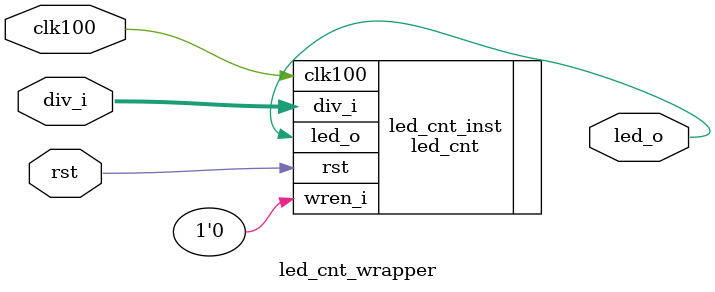
<source format=v>

module led_cnt_wrapper (
  input         rst,
  input         clk100,
  input   [4:0] div_i,
  output        led_o
);
///////////////////////////////////////////////////////////////////////////////////////////////////


  led_cnt led_cnt_inst (
    .rst    (rst      ),
    .clk100 (clk100   ),
    .div_i  (div_i    ),
    .wren_i (1'b0     ),
    .led_o  (led_o    )
  );
/*

  led_cnt_vhd08 led_cnt_vhd08_inst(
    .rst        (rst    ),
    .clk        (clk100 ),
    .div_i      (div_i  ),
    .wren_i     (1'b0   ),
    .led_o      (led_o  )
  );


  led_cnt_vhd19 led_cnt_vhd19_inst(
    .rst        (rst    ),
    .clk        (clk100 ),
    .div_i      (div_i  ),
    .wren_i     (1'b0   ),
    .led_o      (led_o  )
  );
*/

endmodule
</source>
